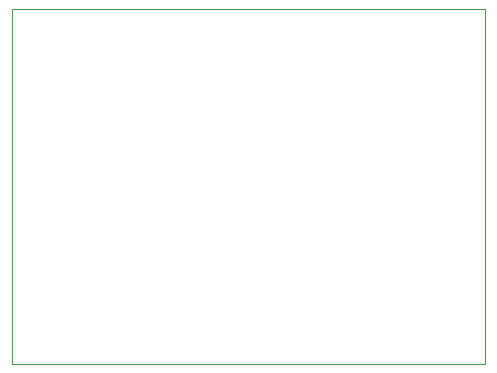
<source format=gm1>
G04 #@! TF.GenerationSoftware,KiCad,Pcbnew,(7.0.0)*
G04 #@! TF.CreationDate,2023-03-31T08:30:07+02:00*
G04 #@! TF.ProjectId,MP2393,4d503233-3933-42e6-9b69-6361645f7063,rev?*
G04 #@! TF.SameCoordinates,Original*
G04 #@! TF.FileFunction,Profile,NP*
%FSLAX46Y46*%
G04 Gerber Fmt 4.6, Leading zero omitted, Abs format (unit mm)*
G04 Created by KiCad (PCBNEW (7.0.0)) date 2023-03-31 08:30:07*
%MOMM*%
%LPD*%
G01*
G04 APERTURE LIST*
G04 #@! TA.AperFunction,Profile*
%ADD10C,0.100000*%
G04 #@! TD*
G04 APERTURE END LIST*
D10*
X160000000Y-5000000D02*
X120000000Y-5000000D01*
X160000000Y-35000000D02*
X160000000Y-5000000D01*
X120000000Y-35000000D02*
X160000000Y-35000000D01*
X120000000Y-5000000D02*
X120000000Y-35000000D01*
M02*

</source>
